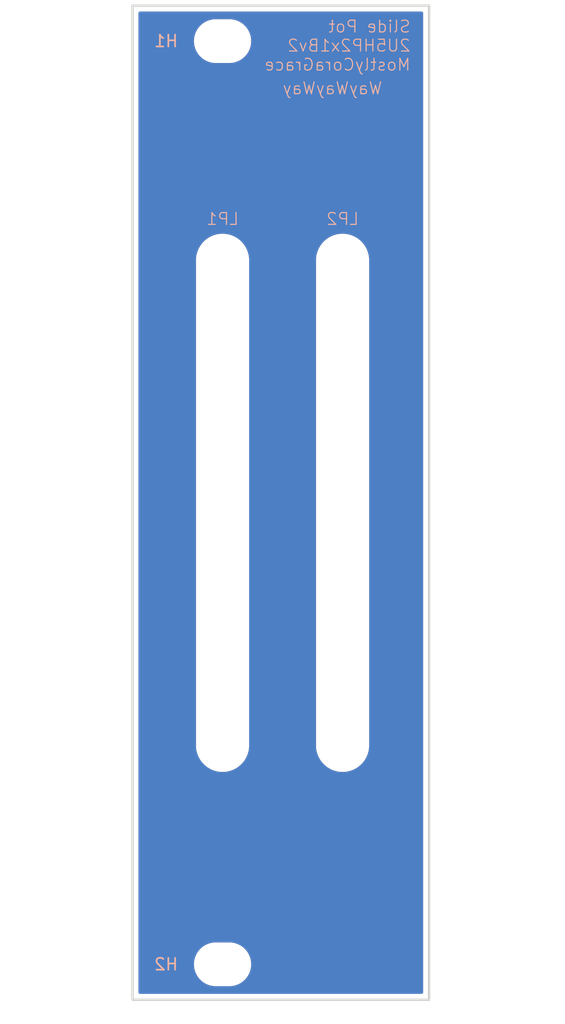
<source format=kicad_pcb>
(kicad_pcb (version 20241229) (generator "pcbnew") (generator_version "9.0")
  (layers (0 "F.Cu" signal) (2 "B.Cu" signal) (13 "F.Paste" user) (15 "B.Paste" user) (5 "F.SilkS" user "F.Silkscreen") (7 "B.SilkS" user "B.Silkscreen") (1 "F.Mask" user) (3 "B.Mask" user) (25 "Edge.Cuts" user))
  (net 0 "")
  (footprint "EXC:Linear_Potentiometer_45mm_M2_Panel_Mount_Top" (layer "F.Cu") (at 17.7792 44.4625)
    (property "Reference" "LP2" (at 0 -24.003 0) (layer "B.SilkS") (effects (font (thickness 0.1)) (justify mirror)))
    (property "Value" "Linear_Potentiometer_45mm_M2_Panel_Mount_Top")
    (pad "" np_thru_hole oval (at 0 0) (size 4 45) (drill oval 4 45) (layers "*.Cu" "*.Mask"))
  )
  (footprint "EXC:MountingHole_3.2mm_M3" (layer "F.Cu") (at 7.62 5.425)
    (property "Reference" "H1" (at -3.683 0 0) (layer "B.SilkS") (effects (justify left mirror)))
    (property "Value" "Eurorack_M3_MountingHole")
    (pad "" np_thru_hole oval (at 0 0) (size 4.34 3.2) (drill oval 4.34 3.2) (layers "*.Cu" "*.Mask"))
  )
  (footprint "EXC:Linear_Potentiometer_45mm_M2_Panel_Mount_Top" (layer "F.Cu") (at 7.6192 44.4625)
    (property "Reference" "LP1" (at 0 -24.003 0) (layer "B.SilkS") (effects (font (thickness 0.1)) (justify mirror)))
    (property "Value" "Linear_Potentiometer_45mm_M2_Panel_Mount_Top")
    (pad "" np_thru_hole oval (at 0 0) (size 4 45) (drill oval 4 45) (layers "*.Cu" "*.Mask"))
  )
  (footprint "EXC:MountingHole_3.2mm_M3" (layer "F.Cu") (at 7.62 83.475)
    (property "Reference" "H2" (at -3.683 0 0) (layer "B.SilkS") (effects (justify left mirror)))
    (property "Value" "Eurorack_M3_MountingHole")
    (pad "" np_thru_hole oval (at 0 0) (size 4.34 3.2) (drill oval 4.34 3.2) (layers "*.Cu" "*.Mask"))
  )
  (gr_rect (start 0 2.425) (end 25.1 86.475) (stroke (width 0.2)) (fill no) (layer "Edge.Cuts"))
  (gr_text "WayWayWay" (at 21.2 10 0) (layer "B.SilkS") (effects (font (size 1 1) (thickness 0.1)) (justify left bottom mirror)))
  (gr_text "Slide Pot\n2U5HP2x1Bv2\nMostlyCoraGrace" (at 23.6 8 0) (layer "B.SilkS") (effects (font (size 1 1) (thickness 0.1)) (justify left bottom mirror)))
  (zone (net 0) (net_name "") (layers "F.Cu" "B.Cu") (connect_pads (clearance 0.5)) (min_thickness 0.25) (fill yes (thermal_gap 0.5) (thermal_bridge_width 0.5) (island_removal_mode 1) (island_area_min 10))
    (polygon (pts (xy 0 2.425) (xy 25.1 2.425) (xy 25.1 86.475) (xy 0 86.475)))
  )
)
</source>
